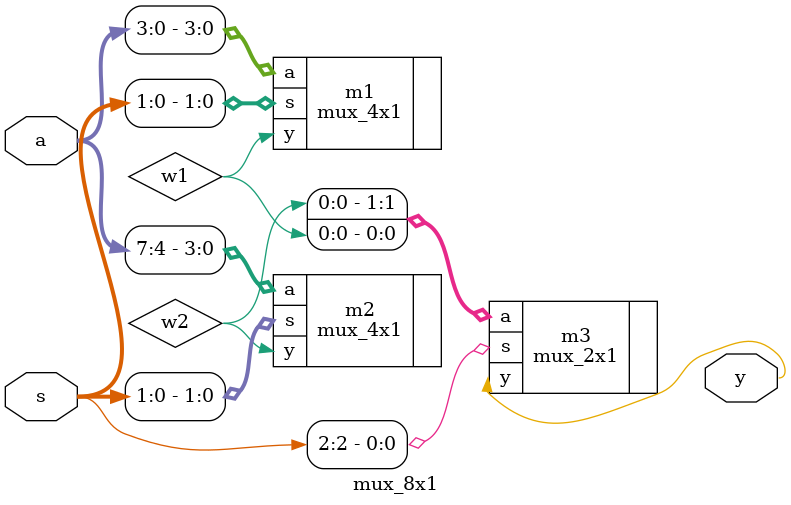
<source format=v>
module mux_8x1(
input [7:0]a,
input [2:0]s,
output y
);
wire w1,w2;
  
// we are designing the 8x1 mux using 4x1 and 2x1
mux_4x1 m1(.a(a[3:0]),.s(s[1:0]),.y(w1));
mux_4x1 m2(.a(a[7:4]),.s(s[1:0]),.y(w2));
mux_2x1 m3(.a({w2,w1}),.s(s[2]),.y(y));

endmodule

</source>
